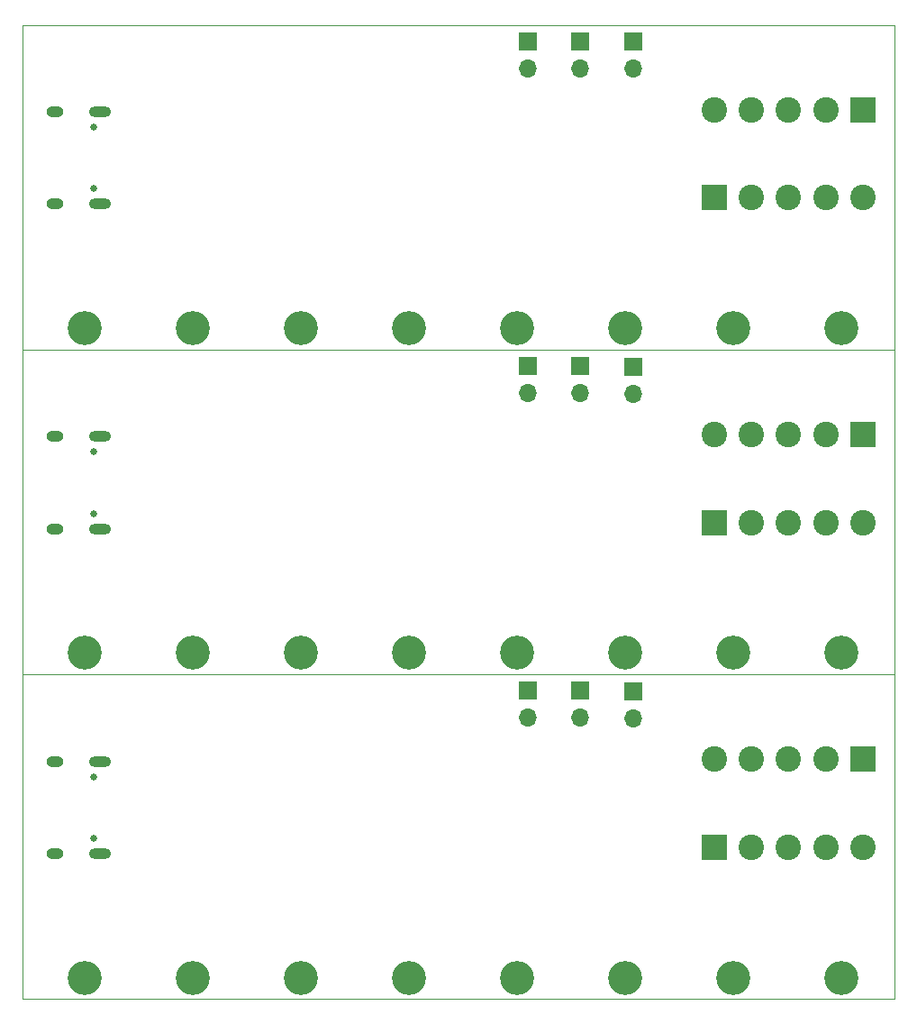
<source format=gbr>
%TF.GenerationSoftware,KiCad,Pcbnew,6.0.11-2627ca5db0~126~ubuntu20.04.1*%
%TF.CreationDate,2024-02-24T22:47:20-05:00*%
%TF.ProjectId,,58585858-5858-4585-9858-585858585858,rev?*%
%TF.SameCoordinates,Original*%
%TF.FileFunction,Soldermask,Bot*%
%TF.FilePolarity,Negative*%
%FSLAX46Y46*%
G04 Gerber Fmt 4.6, Leading zero omitted, Abs format (unit mm)*
G04 Created by KiCad (PCBNEW 6.0.11-2627ca5db0~126~ubuntu20.04.1) date 2024-02-24 22:47:20*
%MOMM*%
%LPD*%
G01*
G04 APERTURE LIST*
%TA.AperFunction,Profile*%
%ADD10C,0.100000*%
%TD*%
%ADD11C,3.200000*%
%ADD12R,1.700000X1.700000*%
%ADD13O,1.700000X1.700000*%
%ADD14R,2.400000X2.400000*%
%ADD15C,2.400000*%
%ADD16C,0.650000*%
%ADD17O,1.600000X1.000000*%
%ADD18O,2.100000X1.000000*%
G04 APERTURE END LIST*
D10*
X49377600Y-91886400D02*
X131377600Y-91886400D01*
X131377600Y-122386400D02*
X131377600Y-91886400D01*
X49377600Y-91886400D02*
X49377600Y-122386400D01*
X49377600Y-122386400D02*
X131377600Y-122386400D01*
X49377600Y-61386400D02*
X131377600Y-61386400D01*
X131377600Y-91886400D02*
X131377600Y-61386400D01*
X49377600Y-61386400D02*
X49377600Y-91886400D01*
X49377600Y-91886400D02*
X131377600Y-91886400D01*
X49377600Y-61386400D02*
X131377600Y-61386400D01*
X49377600Y-30886400D02*
X49377600Y-61386400D01*
X131377600Y-61386400D02*
X131377600Y-30886400D01*
X49377600Y-30886400D02*
X131377600Y-30886400D01*
D11*
%TO.C,REF\u002A\u002A5*%
X75577600Y-120386400D03*
%TD*%
%TO.C,REF\u002A\u002A1*%
X116217600Y-120386400D03*
%TD*%
D12*
%TO.C,RJ1*%
X106806800Y-93481400D03*
D13*
X106806800Y-96021400D03*
%TD*%
D12*
%TO.C,RJ2*%
X101828400Y-93435600D03*
D13*
X101828400Y-95975600D03*
%TD*%
D12*
%TO.C,RJ3*%
X96900800Y-93430600D03*
D13*
X96900800Y-95970600D03*
%TD*%
D11*
%TO.C,REF\u002A\u002A4*%
X85737600Y-120386400D03*
%TD*%
%TO.C,REF\u002A\u002A6*%
X65417600Y-120386400D03*
%TD*%
%TO.C,REF\u002A\u002A7*%
X55257600Y-120386400D03*
%TD*%
D14*
%TO.C,J2*%
X128396800Y-99836400D03*
D15*
X124896800Y-99836400D03*
X121396800Y-99836400D03*
X117896800Y-99836400D03*
X114396800Y-99836400D03*
%TD*%
D11*
%TO.C,REF\u002A\u002A*%
X126377600Y-120386400D03*
%TD*%
D16*
%TO.C,J1*%
X56117600Y-101496400D03*
X56117600Y-107276400D03*
D17*
X52467600Y-100066400D03*
D18*
X56647600Y-100066400D03*
X56647600Y-108706400D03*
D17*
X52467600Y-108706400D03*
%TD*%
D14*
%TO.C,J3*%
X114396800Y-108118400D03*
D15*
X117896800Y-108118400D03*
X121396800Y-108118400D03*
X124896800Y-108118400D03*
X128396800Y-108118400D03*
%TD*%
D11*
%TO.C,REF\u002A\u002A2*%
X106057600Y-120386400D03*
%TD*%
%TO.C,REF\u002A\u002A3*%
X95897600Y-120386400D03*
%TD*%
%TO.C,REF\u002A\u002A5*%
X75577600Y-89886400D03*
%TD*%
%TO.C,REF\u002A\u002A1*%
X116217600Y-89886400D03*
%TD*%
D12*
%TO.C,RJ1*%
X106806800Y-62981400D03*
D13*
X106806800Y-65521400D03*
%TD*%
D12*
%TO.C,RJ2*%
X101828400Y-62935600D03*
D13*
X101828400Y-65475600D03*
%TD*%
D12*
%TO.C,RJ3*%
X96900800Y-62930600D03*
D13*
X96900800Y-65470600D03*
%TD*%
D11*
%TO.C,REF\u002A\u002A4*%
X85737600Y-89886400D03*
%TD*%
%TO.C,REF\u002A\u002A6*%
X65417600Y-89886400D03*
%TD*%
%TO.C,REF\u002A\u002A7*%
X55257600Y-89886400D03*
%TD*%
D14*
%TO.C,J2*%
X128396800Y-69336400D03*
D15*
X124896800Y-69336400D03*
X121396800Y-69336400D03*
X117896800Y-69336400D03*
X114396800Y-69336400D03*
%TD*%
D11*
%TO.C,REF\u002A\u002A*%
X126377600Y-89886400D03*
%TD*%
D16*
%TO.C,J1*%
X56117600Y-70996400D03*
X56117600Y-76776400D03*
D17*
X52467600Y-69566400D03*
D18*
X56647600Y-69566400D03*
X56647600Y-78206400D03*
D17*
X52467600Y-78206400D03*
%TD*%
D14*
%TO.C,J3*%
X114396800Y-77618400D03*
D15*
X117896800Y-77618400D03*
X121396800Y-77618400D03*
X124896800Y-77618400D03*
X128396800Y-77618400D03*
%TD*%
D11*
%TO.C,REF\u002A\u002A2*%
X106057600Y-89886400D03*
%TD*%
%TO.C,REF\u002A\u002A3*%
X95897600Y-89886400D03*
%TD*%
%TO.C,REF\u002A\u002A2*%
X106057600Y-59386400D03*
%TD*%
%TO.C,REF\u002A\u002A3*%
X95897600Y-59386400D03*
%TD*%
D16*
%TO.C,J1*%
X56117600Y-40496400D03*
X56117600Y-46276400D03*
D17*
X52467600Y-39066400D03*
D18*
X56647600Y-39066400D03*
X56647600Y-47706400D03*
D17*
X52467600Y-47706400D03*
%TD*%
D14*
%TO.C,J3*%
X114396800Y-47118400D03*
D15*
X117896800Y-47118400D03*
X121396800Y-47118400D03*
X124896800Y-47118400D03*
X128396800Y-47118400D03*
%TD*%
D11*
%TO.C,REF\u002A\u002A*%
X126377600Y-59386400D03*
%TD*%
D14*
%TO.C,J2*%
X128396800Y-38836400D03*
D15*
X124896800Y-38836400D03*
X121396800Y-38836400D03*
X117896800Y-38836400D03*
X114396800Y-38836400D03*
%TD*%
D11*
%TO.C,REF\u002A\u002A7*%
X55257600Y-59386400D03*
%TD*%
%TO.C,REF\u002A\u002A6*%
X65417600Y-59386400D03*
%TD*%
%TO.C,REF\u002A\u002A4*%
X85737600Y-59386400D03*
%TD*%
D12*
%TO.C,RJ3*%
X96900800Y-32430600D03*
D13*
X96900800Y-34970600D03*
%TD*%
D12*
%TO.C,RJ2*%
X101828400Y-32435600D03*
D13*
X101828400Y-34975600D03*
%TD*%
D12*
%TO.C,RJ1*%
X106806800Y-32481400D03*
D13*
X106806800Y-35021400D03*
%TD*%
D11*
%TO.C,REF\u002A\u002A1*%
X116217600Y-59386400D03*
%TD*%
%TO.C,REF\u002A\u002A5*%
X75577600Y-59386400D03*
%TD*%
M02*

</source>
